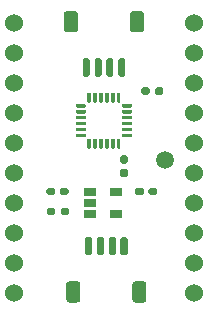
<source format=gbr>
%TF.GenerationSoftware,KiCad,Pcbnew,(5.1.9-0-10_14)*%
%TF.CreationDate,2022-01-13T23:21:40+01:00*%
%TF.ProjectId,tinypico_shield,74696e79-7069-4636-9f5f-736869656c64,rev?*%
%TF.SameCoordinates,Original*%
%TF.FileFunction,Soldermask,Top*%
%TF.FilePolarity,Negative*%
%FSLAX46Y46*%
G04 Gerber Fmt 4.6, Leading zero omitted, Abs format (unit mm)*
G04 Created by KiCad (PCBNEW (5.1.9-0-10_14)) date 2022-01-13 23:21:40*
%MOMM*%
%LPD*%
G01*
G04 APERTURE LIST*
%ADD10C,1.500000*%
%ADD11R,1.060000X0.650000*%
%ADD12C,1.524000*%
G04 APERTURE END LIST*
%TO.C,C4*%
G36*
G01*
X13300000Y-13655000D02*
X13300000Y-13345000D01*
G75*
G02*
X13455000Y-13190000I155000J0D01*
G01*
X13880000Y-13190000D01*
G75*
G02*
X14035000Y-13345000I0J-155000D01*
G01*
X14035000Y-13655000D01*
G75*
G02*
X13880000Y-13810000I-155000J0D01*
G01*
X13455000Y-13810000D01*
G75*
G02*
X13300000Y-13655000I0J155000D01*
G01*
G37*
G36*
G01*
X12165000Y-13655000D02*
X12165000Y-13345000D01*
G75*
G02*
X12320000Y-13190000I155000J0D01*
G01*
X12745000Y-13190000D01*
G75*
G02*
X12900000Y-13345000I0J-155000D01*
G01*
X12900000Y-13655000D01*
G75*
G02*
X12745000Y-13810000I-155000J0D01*
G01*
X12320000Y-13810000D01*
G75*
G02*
X12165000Y-13655000I0J155000D01*
G01*
G37*
%TD*%
D10*
%TO.C,TP1*%
X14200000Y-19300000D03*
%TD*%
%TO.C,J8*%
G36*
G01*
X11400000Y-31150001D02*
X11400000Y-29849999D01*
G75*
G02*
X11649999Y-29600000I249999J0D01*
G01*
X12350001Y-29600000D01*
G75*
G02*
X12600000Y-29849999I0J-249999D01*
G01*
X12600000Y-31150001D01*
G75*
G02*
X12350001Y-31400000I-249999J0D01*
G01*
X11649999Y-31400000D01*
G75*
G02*
X11400000Y-31150001I0J249999D01*
G01*
G37*
G36*
G01*
X5800000Y-31150001D02*
X5800000Y-29849999D01*
G75*
G02*
X6049999Y-29600000I249999J0D01*
G01*
X6750001Y-29600000D01*
G75*
G02*
X7000000Y-29849999I0J-249999D01*
G01*
X7000000Y-31150001D01*
G75*
G02*
X6750001Y-31400000I-249999J0D01*
G01*
X6049999Y-31400000D01*
G75*
G02*
X5800000Y-31150001I0J249999D01*
G01*
G37*
G36*
G01*
X10400000Y-27250000D02*
X10400000Y-26000000D01*
G75*
G02*
X10550000Y-25850000I150000J0D01*
G01*
X10850000Y-25850000D01*
G75*
G02*
X11000000Y-26000000I0J-150000D01*
G01*
X11000000Y-27250000D01*
G75*
G02*
X10850000Y-27400000I-150000J0D01*
G01*
X10550000Y-27400000D01*
G75*
G02*
X10400000Y-27250000I0J150000D01*
G01*
G37*
G36*
G01*
X9400000Y-27250000D02*
X9400000Y-26000000D01*
G75*
G02*
X9550000Y-25850000I150000J0D01*
G01*
X9850000Y-25850000D01*
G75*
G02*
X10000000Y-26000000I0J-150000D01*
G01*
X10000000Y-27250000D01*
G75*
G02*
X9850000Y-27400000I-150000J0D01*
G01*
X9550000Y-27400000D01*
G75*
G02*
X9400000Y-27250000I0J150000D01*
G01*
G37*
G36*
G01*
X8400000Y-27250000D02*
X8400000Y-26000000D01*
G75*
G02*
X8550000Y-25850000I150000J0D01*
G01*
X8850000Y-25850000D01*
G75*
G02*
X9000000Y-26000000I0J-150000D01*
G01*
X9000000Y-27250000D01*
G75*
G02*
X8850000Y-27400000I-150000J0D01*
G01*
X8550000Y-27400000D01*
G75*
G02*
X8400000Y-27250000I0J150000D01*
G01*
G37*
G36*
G01*
X7400000Y-27250000D02*
X7400000Y-26000000D01*
G75*
G02*
X7550000Y-25850000I150000J0D01*
G01*
X7850000Y-25850000D01*
G75*
G02*
X8000000Y-26000000I0J-150000D01*
G01*
X8000000Y-27250000D01*
G75*
G02*
X7850000Y-27400000I-150000J0D01*
G01*
X7550000Y-27400000D01*
G75*
G02*
X7400000Y-27250000I0J150000D01*
G01*
G37*
%TD*%
D11*
%TO.C,U2*%
X10000000Y-22000000D03*
X10000000Y-23900000D03*
X7800000Y-23900000D03*
X7800000Y-22950000D03*
X7800000Y-22000000D03*
%TD*%
%TO.C,R1*%
G36*
G01*
X4857500Y-23535000D02*
X4857500Y-23855000D01*
G75*
G02*
X4697500Y-24015000I-160000J0D01*
G01*
X4302500Y-24015000D01*
G75*
G02*
X4142500Y-23855000I0J160000D01*
G01*
X4142500Y-23535000D01*
G75*
G02*
X4302500Y-23375000I160000J0D01*
G01*
X4697500Y-23375000D01*
G75*
G02*
X4857500Y-23535000I0J-160000D01*
G01*
G37*
G36*
G01*
X6052500Y-23535000D02*
X6052500Y-23855000D01*
G75*
G02*
X5892500Y-24015000I-160000J0D01*
G01*
X5497500Y-24015000D01*
G75*
G02*
X5337500Y-23855000I0J160000D01*
G01*
X5337500Y-23535000D01*
G75*
G02*
X5497500Y-23375000I160000J0D01*
G01*
X5892500Y-23375000D01*
G75*
G02*
X6052500Y-23535000I0J-160000D01*
G01*
G37*
%TD*%
%TO.C,C3*%
G36*
G01*
X10545000Y-20067500D02*
X10855000Y-20067500D01*
G75*
G02*
X11010000Y-20222500I0J-155000D01*
G01*
X11010000Y-20647500D01*
G75*
G02*
X10855000Y-20802500I-155000J0D01*
G01*
X10545000Y-20802500D01*
G75*
G02*
X10390000Y-20647500I0J155000D01*
G01*
X10390000Y-20222500D01*
G75*
G02*
X10545000Y-20067500I155000J0D01*
G01*
G37*
G36*
G01*
X10545000Y-18932500D02*
X10855000Y-18932500D01*
G75*
G02*
X11010000Y-19087500I0J-155000D01*
G01*
X11010000Y-19512500D01*
G75*
G02*
X10855000Y-19667500I-155000J0D01*
G01*
X10545000Y-19667500D01*
G75*
G02*
X10390000Y-19512500I0J155000D01*
G01*
X10390000Y-19087500D01*
G75*
G02*
X10545000Y-18932500I155000J0D01*
G01*
G37*
%TD*%
%TO.C,C2*%
G36*
G01*
X4867500Y-21845000D02*
X4867500Y-22155000D01*
G75*
G02*
X4712500Y-22310000I-155000J0D01*
G01*
X4287500Y-22310000D01*
G75*
G02*
X4132500Y-22155000I0J155000D01*
G01*
X4132500Y-21845000D01*
G75*
G02*
X4287500Y-21690000I155000J0D01*
G01*
X4712500Y-21690000D01*
G75*
G02*
X4867500Y-21845000I0J-155000D01*
G01*
G37*
G36*
G01*
X6002500Y-21845000D02*
X6002500Y-22155000D01*
G75*
G02*
X5847500Y-22310000I-155000J0D01*
G01*
X5422500Y-22310000D01*
G75*
G02*
X5267500Y-22155000I0J155000D01*
G01*
X5267500Y-21845000D01*
G75*
G02*
X5422500Y-21690000I155000J0D01*
G01*
X5847500Y-21690000D01*
G75*
G02*
X6002500Y-21845000I0J-155000D01*
G01*
G37*
%TD*%
%TO.C,C1*%
G36*
G01*
X12767500Y-22155000D02*
X12767500Y-21845000D01*
G75*
G02*
X12922500Y-21690000I155000J0D01*
G01*
X13347500Y-21690000D01*
G75*
G02*
X13502500Y-21845000I0J-155000D01*
G01*
X13502500Y-22155000D01*
G75*
G02*
X13347500Y-22310000I-155000J0D01*
G01*
X12922500Y-22310000D01*
G75*
G02*
X12767500Y-22155000I0J155000D01*
G01*
G37*
G36*
G01*
X11632500Y-22155000D02*
X11632500Y-21845000D01*
G75*
G02*
X11787500Y-21690000I155000J0D01*
G01*
X12212500Y-21690000D01*
G75*
G02*
X12367500Y-21845000I0J-155000D01*
G01*
X12367500Y-22155000D01*
G75*
G02*
X12212500Y-22310000I-155000J0D01*
G01*
X11787500Y-22310000D01*
G75*
G02*
X11632500Y-22155000I0J155000D01*
G01*
G37*
%TD*%
%TO.C,J9*%
G36*
G01*
X6800000Y-6974999D02*
X6800000Y-8275001D01*
G75*
G02*
X6550001Y-8525000I-249999J0D01*
G01*
X5849999Y-8525000D01*
G75*
G02*
X5600000Y-8275001I0J249999D01*
G01*
X5600000Y-6974999D01*
G75*
G02*
X5849999Y-6725000I249999J0D01*
G01*
X6550001Y-6725000D01*
G75*
G02*
X6800000Y-6974999I0J-249999D01*
G01*
G37*
G36*
G01*
X12400000Y-6974999D02*
X12400000Y-8275001D01*
G75*
G02*
X12150001Y-8525000I-249999J0D01*
G01*
X11449999Y-8525000D01*
G75*
G02*
X11200000Y-8275001I0J249999D01*
G01*
X11200000Y-6974999D01*
G75*
G02*
X11449999Y-6725000I249999J0D01*
G01*
X12150001Y-6725000D01*
G75*
G02*
X12400000Y-6974999I0J-249999D01*
G01*
G37*
G36*
G01*
X7800000Y-10875000D02*
X7800000Y-12125000D01*
G75*
G02*
X7650000Y-12275000I-150000J0D01*
G01*
X7350000Y-12275000D01*
G75*
G02*
X7200000Y-12125000I0J150000D01*
G01*
X7200000Y-10875000D01*
G75*
G02*
X7350000Y-10725000I150000J0D01*
G01*
X7650000Y-10725000D01*
G75*
G02*
X7800000Y-10875000I0J-150000D01*
G01*
G37*
G36*
G01*
X8800000Y-10875000D02*
X8800000Y-12125000D01*
G75*
G02*
X8650000Y-12275000I-150000J0D01*
G01*
X8350000Y-12275000D01*
G75*
G02*
X8200000Y-12125000I0J150000D01*
G01*
X8200000Y-10875000D01*
G75*
G02*
X8350000Y-10725000I150000J0D01*
G01*
X8650000Y-10725000D01*
G75*
G02*
X8800000Y-10875000I0J-150000D01*
G01*
G37*
G36*
G01*
X9800000Y-10875000D02*
X9800000Y-12125000D01*
G75*
G02*
X9650000Y-12275000I-150000J0D01*
G01*
X9350000Y-12275000D01*
G75*
G02*
X9200000Y-12125000I0J150000D01*
G01*
X9200000Y-10875000D01*
G75*
G02*
X9350000Y-10725000I150000J0D01*
G01*
X9650000Y-10725000D01*
G75*
G02*
X9800000Y-10875000I0J-150000D01*
G01*
G37*
G36*
G01*
X10800000Y-10875000D02*
X10800000Y-12125000D01*
G75*
G02*
X10650000Y-12275000I-150000J0D01*
G01*
X10350000Y-12275000D01*
G75*
G02*
X10200000Y-12125000I0J150000D01*
G01*
X10200000Y-10875000D01*
G75*
G02*
X10350000Y-10725000I150000J0D01*
G01*
X10650000Y-10725000D01*
G75*
G02*
X10800000Y-10875000I0J-150000D01*
G01*
G37*
%TD*%
%TO.C,U1*%
G36*
G01*
X7825000Y-14475000D02*
X7675000Y-14475000D01*
G75*
G02*
X7600000Y-14400000I0J75000D01*
G01*
X7600000Y-13700000D01*
G75*
G02*
X7675000Y-13625000I75000J0D01*
G01*
X7825000Y-13625000D01*
G75*
G02*
X7900000Y-13700000I0J-75000D01*
G01*
X7900000Y-14400000D01*
G75*
G02*
X7825000Y-14475000I-75000J0D01*
G01*
G37*
G36*
G01*
X8325000Y-14475000D02*
X8175000Y-14475000D01*
G75*
G02*
X8100000Y-14400000I0J75000D01*
G01*
X8100000Y-13700000D01*
G75*
G02*
X8175000Y-13625000I75000J0D01*
G01*
X8325000Y-13625000D01*
G75*
G02*
X8400000Y-13700000I0J-75000D01*
G01*
X8400000Y-14400000D01*
G75*
G02*
X8325000Y-14475000I-75000J0D01*
G01*
G37*
G36*
G01*
X8825000Y-14475000D02*
X8675000Y-14475000D01*
G75*
G02*
X8600000Y-14400000I0J75000D01*
G01*
X8600000Y-13700000D01*
G75*
G02*
X8675000Y-13625000I75000J0D01*
G01*
X8825000Y-13625000D01*
G75*
G02*
X8900000Y-13700000I0J-75000D01*
G01*
X8900000Y-14400000D01*
G75*
G02*
X8825000Y-14475000I-75000J0D01*
G01*
G37*
G36*
G01*
X9325000Y-14475000D02*
X9175000Y-14475000D01*
G75*
G02*
X9100000Y-14400000I0J75000D01*
G01*
X9100000Y-13700000D01*
G75*
G02*
X9175000Y-13625000I75000J0D01*
G01*
X9325000Y-13625000D01*
G75*
G02*
X9400000Y-13700000I0J-75000D01*
G01*
X9400000Y-14400000D01*
G75*
G02*
X9325000Y-14475000I-75000J0D01*
G01*
G37*
G36*
G01*
X9825000Y-14475000D02*
X9675000Y-14475000D01*
G75*
G02*
X9600000Y-14400000I0J75000D01*
G01*
X9600000Y-13700000D01*
G75*
G02*
X9675000Y-13625000I75000J0D01*
G01*
X9825000Y-13625000D01*
G75*
G02*
X9900000Y-13700000I0J-75000D01*
G01*
X9900000Y-14400000D01*
G75*
G02*
X9825000Y-14475000I-75000J0D01*
G01*
G37*
G36*
G01*
X10325000Y-14475000D02*
X10175000Y-14475000D01*
G75*
G02*
X10100000Y-14400000I0J75000D01*
G01*
X10100000Y-13700000D01*
G75*
G02*
X10175000Y-13625000I75000J0D01*
G01*
X10325000Y-13625000D01*
G75*
G02*
X10400000Y-13700000I0J-75000D01*
G01*
X10400000Y-14400000D01*
G75*
G02*
X10325000Y-14475000I-75000J0D01*
G01*
G37*
G36*
G01*
X10525000Y-14825000D02*
X10525000Y-14675000D01*
G75*
G02*
X10600000Y-14600000I75000J0D01*
G01*
X11300000Y-14600000D01*
G75*
G02*
X11375000Y-14675000I0J-75000D01*
G01*
X11375000Y-14825000D01*
G75*
G02*
X11300000Y-14900000I-75000J0D01*
G01*
X10600000Y-14900000D01*
G75*
G02*
X10525000Y-14825000I0J75000D01*
G01*
G37*
G36*
G01*
X10525000Y-15325000D02*
X10525000Y-15175000D01*
G75*
G02*
X10600000Y-15100000I75000J0D01*
G01*
X11300000Y-15100000D01*
G75*
G02*
X11375000Y-15175000I0J-75000D01*
G01*
X11375000Y-15325000D01*
G75*
G02*
X11300000Y-15400000I-75000J0D01*
G01*
X10600000Y-15400000D01*
G75*
G02*
X10525000Y-15325000I0J75000D01*
G01*
G37*
G36*
G01*
X10525000Y-15825000D02*
X10525000Y-15675000D01*
G75*
G02*
X10600000Y-15600000I75000J0D01*
G01*
X11300000Y-15600000D01*
G75*
G02*
X11375000Y-15675000I0J-75000D01*
G01*
X11375000Y-15825000D01*
G75*
G02*
X11300000Y-15900000I-75000J0D01*
G01*
X10600000Y-15900000D01*
G75*
G02*
X10525000Y-15825000I0J75000D01*
G01*
G37*
G36*
G01*
X10525000Y-16325000D02*
X10525000Y-16175000D01*
G75*
G02*
X10600000Y-16100000I75000J0D01*
G01*
X11300000Y-16100000D01*
G75*
G02*
X11375000Y-16175000I0J-75000D01*
G01*
X11375000Y-16325000D01*
G75*
G02*
X11300000Y-16400000I-75000J0D01*
G01*
X10600000Y-16400000D01*
G75*
G02*
X10525000Y-16325000I0J75000D01*
G01*
G37*
G36*
G01*
X10525000Y-16825000D02*
X10525000Y-16675000D01*
G75*
G02*
X10600000Y-16600000I75000J0D01*
G01*
X11300000Y-16600000D01*
G75*
G02*
X11375000Y-16675000I0J-75000D01*
G01*
X11375000Y-16825000D01*
G75*
G02*
X11300000Y-16900000I-75000J0D01*
G01*
X10600000Y-16900000D01*
G75*
G02*
X10525000Y-16825000I0J75000D01*
G01*
G37*
G36*
G01*
X10525000Y-17325000D02*
X10525000Y-17175000D01*
G75*
G02*
X10600000Y-17100000I75000J0D01*
G01*
X11300000Y-17100000D01*
G75*
G02*
X11375000Y-17175000I0J-75000D01*
G01*
X11375000Y-17325000D01*
G75*
G02*
X11300000Y-17400000I-75000J0D01*
G01*
X10600000Y-17400000D01*
G75*
G02*
X10525000Y-17325000I0J75000D01*
G01*
G37*
G36*
G01*
X10325000Y-18375000D02*
X10175000Y-18375000D01*
G75*
G02*
X10100000Y-18300000I0J75000D01*
G01*
X10100000Y-17600000D01*
G75*
G02*
X10175000Y-17525000I75000J0D01*
G01*
X10325000Y-17525000D01*
G75*
G02*
X10400000Y-17600000I0J-75000D01*
G01*
X10400000Y-18300000D01*
G75*
G02*
X10325000Y-18375000I-75000J0D01*
G01*
G37*
G36*
G01*
X9825000Y-18375000D02*
X9675000Y-18375000D01*
G75*
G02*
X9600000Y-18300000I0J75000D01*
G01*
X9600000Y-17600000D01*
G75*
G02*
X9675000Y-17525000I75000J0D01*
G01*
X9825000Y-17525000D01*
G75*
G02*
X9900000Y-17600000I0J-75000D01*
G01*
X9900000Y-18300000D01*
G75*
G02*
X9825000Y-18375000I-75000J0D01*
G01*
G37*
G36*
G01*
X9325000Y-18375000D02*
X9175000Y-18375000D01*
G75*
G02*
X9100000Y-18300000I0J75000D01*
G01*
X9100000Y-17600000D01*
G75*
G02*
X9175000Y-17525000I75000J0D01*
G01*
X9325000Y-17525000D01*
G75*
G02*
X9400000Y-17600000I0J-75000D01*
G01*
X9400000Y-18300000D01*
G75*
G02*
X9325000Y-18375000I-75000J0D01*
G01*
G37*
G36*
G01*
X8825000Y-18375000D02*
X8675000Y-18375000D01*
G75*
G02*
X8600000Y-18300000I0J75000D01*
G01*
X8600000Y-17600000D01*
G75*
G02*
X8675000Y-17525000I75000J0D01*
G01*
X8825000Y-17525000D01*
G75*
G02*
X8900000Y-17600000I0J-75000D01*
G01*
X8900000Y-18300000D01*
G75*
G02*
X8825000Y-18375000I-75000J0D01*
G01*
G37*
G36*
G01*
X8325000Y-18375000D02*
X8175000Y-18375000D01*
G75*
G02*
X8100000Y-18300000I0J75000D01*
G01*
X8100000Y-17600000D01*
G75*
G02*
X8175000Y-17525000I75000J0D01*
G01*
X8325000Y-17525000D01*
G75*
G02*
X8400000Y-17600000I0J-75000D01*
G01*
X8400000Y-18300000D01*
G75*
G02*
X8325000Y-18375000I-75000J0D01*
G01*
G37*
G36*
G01*
X7825000Y-18375000D02*
X7675000Y-18375000D01*
G75*
G02*
X7600000Y-18300000I0J75000D01*
G01*
X7600000Y-17600000D01*
G75*
G02*
X7675000Y-17525000I75000J0D01*
G01*
X7825000Y-17525000D01*
G75*
G02*
X7900000Y-17600000I0J-75000D01*
G01*
X7900000Y-18300000D01*
G75*
G02*
X7825000Y-18375000I-75000J0D01*
G01*
G37*
G36*
G01*
X6625000Y-17325000D02*
X6625000Y-17175000D01*
G75*
G02*
X6700000Y-17100000I75000J0D01*
G01*
X7400000Y-17100000D01*
G75*
G02*
X7475000Y-17175000I0J-75000D01*
G01*
X7475000Y-17325000D01*
G75*
G02*
X7400000Y-17400000I-75000J0D01*
G01*
X6700000Y-17400000D01*
G75*
G02*
X6625000Y-17325000I0J75000D01*
G01*
G37*
G36*
G01*
X6625000Y-16825000D02*
X6625000Y-16675000D01*
G75*
G02*
X6700000Y-16600000I75000J0D01*
G01*
X7400000Y-16600000D01*
G75*
G02*
X7475000Y-16675000I0J-75000D01*
G01*
X7475000Y-16825000D01*
G75*
G02*
X7400000Y-16900000I-75000J0D01*
G01*
X6700000Y-16900000D01*
G75*
G02*
X6625000Y-16825000I0J75000D01*
G01*
G37*
G36*
G01*
X6625000Y-16325000D02*
X6625000Y-16175000D01*
G75*
G02*
X6700000Y-16100000I75000J0D01*
G01*
X7400000Y-16100000D01*
G75*
G02*
X7475000Y-16175000I0J-75000D01*
G01*
X7475000Y-16325000D01*
G75*
G02*
X7400000Y-16400000I-75000J0D01*
G01*
X6700000Y-16400000D01*
G75*
G02*
X6625000Y-16325000I0J75000D01*
G01*
G37*
G36*
G01*
X6625000Y-15825000D02*
X6625000Y-15675000D01*
G75*
G02*
X6700000Y-15600000I75000J0D01*
G01*
X7400000Y-15600000D01*
G75*
G02*
X7475000Y-15675000I0J-75000D01*
G01*
X7475000Y-15825000D01*
G75*
G02*
X7400000Y-15900000I-75000J0D01*
G01*
X6700000Y-15900000D01*
G75*
G02*
X6625000Y-15825000I0J75000D01*
G01*
G37*
G36*
G01*
X6625000Y-15325000D02*
X6625000Y-15175000D01*
G75*
G02*
X6700000Y-15100000I75000J0D01*
G01*
X7400000Y-15100000D01*
G75*
G02*
X7475000Y-15175000I0J-75000D01*
G01*
X7475000Y-15325000D01*
G75*
G02*
X7400000Y-15400000I-75000J0D01*
G01*
X6700000Y-15400000D01*
G75*
G02*
X6625000Y-15325000I0J75000D01*
G01*
G37*
G36*
G01*
X6625000Y-14825000D02*
X6625000Y-14675000D01*
G75*
G02*
X6700000Y-14600000I75000J0D01*
G01*
X7400000Y-14600000D01*
G75*
G02*
X7475000Y-14675000I0J-75000D01*
G01*
X7475000Y-14825000D01*
G75*
G02*
X7400000Y-14900000I-75000J0D01*
G01*
X6700000Y-14900000D01*
G75*
G02*
X6625000Y-14825000I0J75000D01*
G01*
G37*
%TD*%
D12*
%TO.C,J7*%
X16620000Y-7745000D03*
X16620000Y-10285000D03*
X16620000Y-12825000D03*
X16620000Y-15365000D03*
X16620000Y-17905000D03*
X16620000Y-20445000D03*
X16620000Y-22985000D03*
X16620000Y-25525000D03*
X16620000Y-28065000D03*
X16620000Y-30605000D03*
X1380000Y-30605000D03*
X1380000Y-28065000D03*
X1380000Y-25525000D03*
X1380000Y-22985000D03*
X1380000Y-20445000D03*
X1380000Y-17905000D03*
X1380000Y-15365000D03*
X1380000Y-12825000D03*
X1380000Y-10285000D03*
X1380000Y-7745000D03*
%TD*%
M02*

</source>
